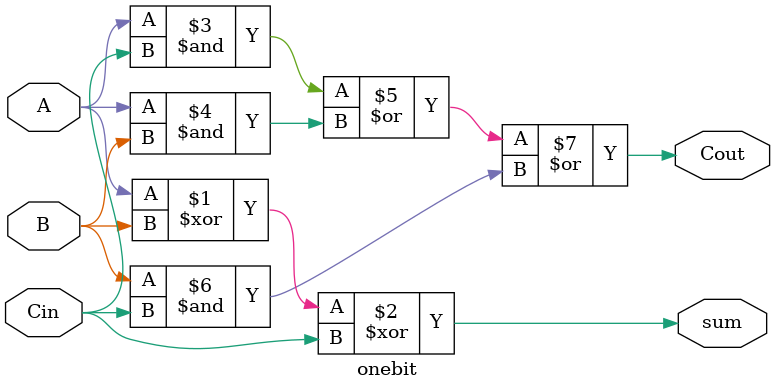
<source format=v>
`timescale 1ns / 1ps




module onebit(A, B, Cin, sum, Cout);

input A;
input B;
input Cin;
output sum;
output Cout;


assign sum = A ^ B ^ Cin;
assign Cout = (A&Cin) | (A&B) | (B&Cin);



endmodule

</source>
